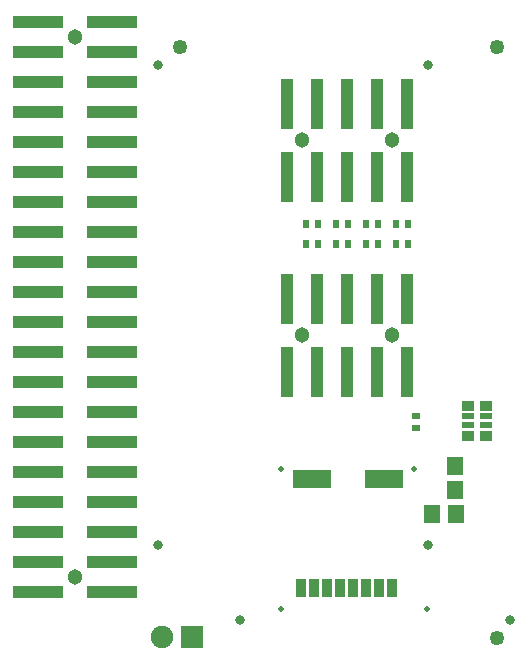
<source format=gbr>
%TF.GenerationSoftware,KiCad,Pcbnew,5.1.0-rc2-unknown-036be7d~80~ubuntu16.04.1*%
%TF.CreationDate,2022-02-04T13:28:53+02:00*%
%TF.ProjectId,STMP15x-SHIELD_Rev_A,53544d50-3135-4782-9d53-4849454c445f,A*%
%TF.SameCoordinates,Original*%
%TF.FileFunction,Soldermask,Top*%
%TF.FilePolarity,Negative*%
%FSLAX46Y46*%
G04 Gerber Fmt 4.6, Leading zero omitted, Abs format (unit mm)*
G04 Created by KiCad (PCBNEW 5.1.0-rc2-unknown-036be7d~80~ubuntu16.04.1) date 2022-02-04 13:28:53*
%MOMM*%
%LPD*%
G04 APERTURE LIST*
%ADD10C,0.801600*%
%ADD11C,1.254000*%
%ADD12R,1.371600X1.625600*%
%ADD13C,1.301600*%
%ADD14R,4.351600X1.101600*%
%ADD15C,1.901600*%
%ADD16R,1.901600X1.901600*%
%ADD17R,0.651600X0.601600*%
%ADD18R,0.601600X0.651600*%
%ADD19R,1.117600X0.609600*%
%ADD20R,1.117600X0.863600*%
%ADD21R,1.101600X4.351600*%
%ADD22R,3.201600X1.601600*%
%ADD23C,0.501600*%
%ADD24R,0.901600X1.601600*%
G04 APERTURE END LIST*
D10*
%TO.C,GPIO-3*%
X135255000Y-98425000D03*
X158115000Y-98425000D03*
%TD*%
D11*
%TO.C,FID1*%
X156972000Y-99949000D03*
%TD*%
%TO.C,FID2*%
X130175000Y-49911000D03*
%TD*%
%TO.C,FID3*%
X156972000Y-49911000D03*
%TD*%
D12*
%TO.C,C1*%
X151511000Y-89408000D03*
X153543000Y-89408000D03*
%TD*%
D13*
%TO.C,EXT1*%
X121285000Y-49022000D03*
X121285000Y-94742000D03*
D14*
X118160000Y-47752000D03*
X124410000Y-47752000D03*
X118160000Y-50292000D03*
X124410000Y-50292000D03*
X118160000Y-52832000D03*
X124410000Y-52832000D03*
X118160000Y-55372000D03*
X124410000Y-55372000D03*
X118160000Y-57912000D03*
X124410000Y-57912000D03*
X118160000Y-60452000D03*
X124410000Y-60452000D03*
X118160000Y-62992000D03*
X124410000Y-62992000D03*
X118160000Y-65532000D03*
X124410000Y-65532000D03*
X118160000Y-68072000D03*
X124410000Y-68072000D03*
X118160000Y-70612000D03*
X124410000Y-70612000D03*
X118160000Y-73152000D03*
X124410000Y-73152000D03*
X118160000Y-75692000D03*
X124410000Y-75692000D03*
X118160000Y-78232000D03*
X124410000Y-78232000D03*
X118160000Y-80772000D03*
X124410000Y-80772000D03*
X118160000Y-83312000D03*
X124410000Y-83312000D03*
X118160000Y-85852000D03*
X124410000Y-85852000D03*
X118160000Y-88392000D03*
X124410000Y-88392000D03*
X118160000Y-90932000D03*
X124410000Y-90932000D03*
X118160000Y-93472000D03*
X124410000Y-93472000D03*
X118160000Y-96012000D03*
X124410000Y-96012000D03*
%TD*%
D12*
%TO.C,L1*%
X153416000Y-85344000D03*
X153416000Y-87376000D03*
%TD*%
D15*
%TO.C,NRST1*%
X128651000Y-99822000D03*
D16*
X131191000Y-99822000D03*
%TD*%
D17*
%TO.C,R1*%
X150114000Y-81153000D03*
X150114000Y-82169000D03*
%TD*%
D18*
%TO.C,R2*%
X145923000Y-64897000D03*
X146939000Y-64897000D03*
%TD*%
%TO.C,R3*%
X143383000Y-64897000D03*
X144399000Y-64897000D03*
%TD*%
%TO.C,R4*%
X149479000Y-64897000D03*
X148463000Y-64897000D03*
%TD*%
%TO.C,R5*%
X140843000Y-64897000D03*
X141859000Y-64897000D03*
%TD*%
%TO.C,R6*%
X143383000Y-66548000D03*
X144399000Y-66548000D03*
%TD*%
%TO.C,R7*%
X145923000Y-66548000D03*
X146939000Y-66548000D03*
%TD*%
%TO.C,R8*%
X149479000Y-66548000D03*
X148463000Y-66548000D03*
%TD*%
%TO.C,R9*%
X141859000Y-66548000D03*
X140843000Y-66548000D03*
%TD*%
D19*
%TO.C,RM1*%
X156083000Y-81153000D03*
X156083000Y-81915000D03*
X154559000Y-81153000D03*
X154559000Y-81915000D03*
D20*
X156083000Y-80264000D03*
X154559000Y-80264000D03*
X156083000Y-82804000D03*
X154559000Y-82804000D03*
%TD*%
D13*
%TO.C,UEXT1*%
X148082000Y-57785000D03*
D21*
X139192000Y-60910000D03*
X139192000Y-54660000D03*
X141732000Y-60910000D03*
X141732000Y-54660000D03*
X144272000Y-60910000D03*
X144272000Y-54660000D03*
X146812000Y-60910000D03*
X146812000Y-54660000D03*
X149352000Y-60910000D03*
X149352000Y-54660000D03*
D13*
X140462000Y-57785000D03*
%TD*%
%TO.C,UEXT2*%
X148082000Y-74295000D03*
D21*
X139192000Y-77420000D03*
X139192000Y-71170000D03*
X141732000Y-77420000D03*
X141732000Y-71170000D03*
X144272000Y-77420000D03*
X144272000Y-71170000D03*
X146812000Y-77420000D03*
X146812000Y-71170000D03*
X149352000Y-77420000D03*
X149352000Y-71170000D03*
D13*
X140462000Y-74295000D03*
%TD*%
D10*
%TO.C,GPIO-1*%
X128270000Y-51435000D03*
X151130000Y-51435000D03*
%TD*%
%TO.C,GPIO-2*%
X128270000Y-92075000D03*
X151130000Y-92075000D03*
%TD*%
D22*
%TO.C,MICRO_SD1*%
X147422000Y-86444000D03*
X141362000Y-86444000D03*
D23*
X138732000Y-97414000D03*
X138732000Y-85614000D03*
X150002000Y-85614000D03*
X151092000Y-97414000D03*
D24*
X140422000Y-95694000D03*
X141522000Y-95694000D03*
X142622000Y-95694000D03*
X143722000Y-95694000D03*
X144822000Y-95694000D03*
X145922000Y-95694000D03*
X147022000Y-95694000D03*
X148122000Y-95694000D03*
%TD*%
M02*

</source>
